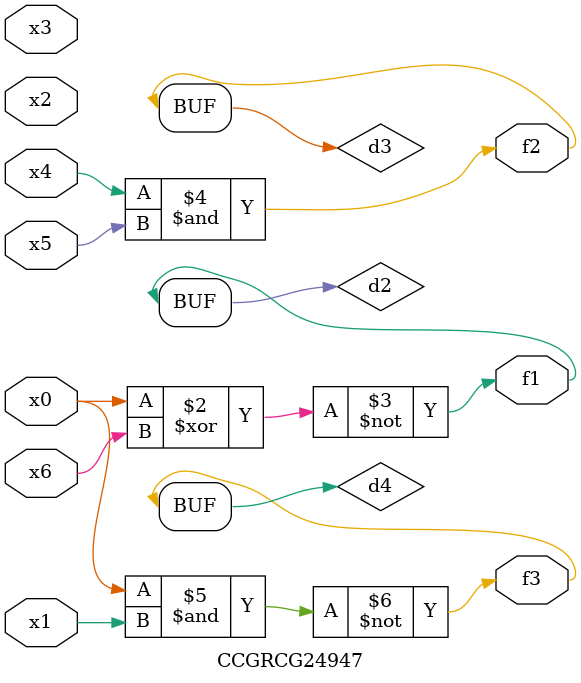
<source format=v>
module CCGRCG24947(
	input x0, x1, x2, x3, x4, x5, x6,
	output f1, f2, f3
);

	wire d1, d2, d3, d4;

	nor (d1, x0);
	xnor (d2, x0, x6);
	and (d3, x4, x5);
	nand (d4, x0, x1);
	assign f1 = d2;
	assign f2 = d3;
	assign f3 = d4;
endmodule

</source>
